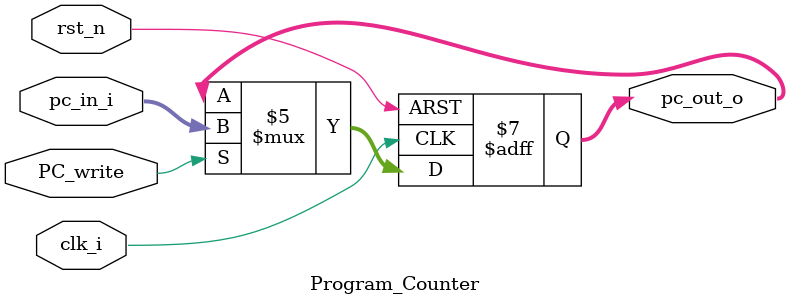
<source format=v>
module Program_Counter( clk_i, rst_n, pc_in_i, pc_out_o, PC_write );
     
//I/O ports
input           clk_i;
input	        rst_n;
input  [32-1:0] pc_in_i;
input	PC_write;

output [32-1:0] pc_out_o;
 
//Internal Signals
reg    [32-1:0] pc_out_o;

//Main function
always @(posedge clk_i or negedge rst_n) begin
    if(~rst_n)
	    pc_out_o <= 0;
	else if(PC_write==0)
		pc_out_o <= pc_out_o;
	else
	    pc_out_o <= pc_in_i;
end

endmodule
</source>
